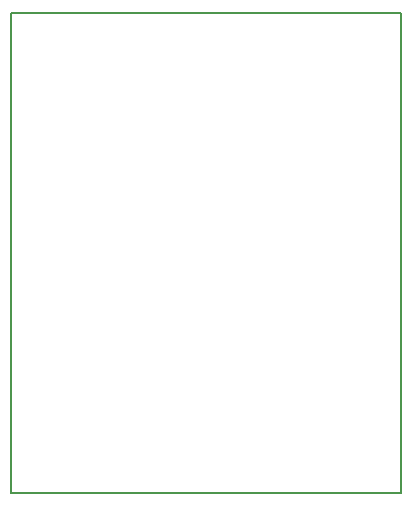
<source format=gm1>
G04 start of page 4 for group 2 idx 6 *
G04 Title: (unknown), outline *
G04 Creator: pcb 20110918 *
G04 CreationDate: Tue 15 Sep 2015 23:51:39 GMT UTC *
G04 For: ksarkies *
G04 Format: Gerber/RS-274X *
G04 PCB-Dimensions: 130000 160000 *
G04 PCB-Coordinate-Origin: lower left *
%MOIN*%
%FSLAX25Y25*%
%LNOUTLINE*%
%ADD41C,0.0060*%
G54D41*X0Y160000D02*Y0D01*
Y160000D02*X130000D01*
X0Y0D02*X130000D01*
Y160000D02*Y0D01*
M02*

</source>
